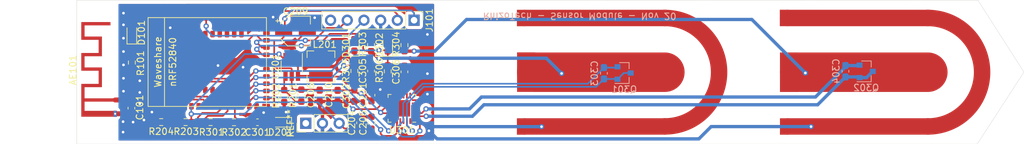
<source format=kicad_pcb>
(kicad_pcb (version 20171130) (host pcbnew "(5.1.10-1-10_14)")
  (layers (0 F.Cu signal) (31 B.Cu signal) (34 B.Paste user) (35 F.Paste user) (36 B.SilkS user) (37 F.SilkS user) (38 B.Mask user) (39 F.Mask user) (44 Edge.Cuts user))
  (net 0 "")
  (net 1 GND)
  (net 2 +3V0)
  (net 3 +3V3)
  (net 4 "Net-(C303-Pad2)")
  (net 5 "Net-(C303-Pad1)")
  (net 6 "Net-(C304-Pad2)")
  (net 7 "Net-(C304-Pad1)")
  (net 8 AIN0.1)
  (net 9 AIN0.2)
  (net 10 PWR_LED)
  (net 11 "Net-(D101-Pad1)")
  (net 12 Polygon_1)
  (net 13 Polygon_2)
  (net 14 VBUS)
  (net 15 SWDIO)
  (net 16 SWDCLK)
  (net 17 "Net-(L201-Pad2)")
  (net 18 "Net-(R201-Pad2)")
  (net 19 AIN_U_BAT)
  (net 20 SMDATA)
  (net 21 SMCLK)
  (net 22 GPIO_PWM)
  (net 23 "Net-(U301-Pad25)")
  (net 24 "Net-(U301-Pad22)")
  (net 25 "Net-(U301-Pad18)")
  (net 26 "Net-(U301-Pad16)")
  (net 27 STBY)
  (net 28 "Net-(U301-Pad13)")
  (net 29 "Net-(U301-Pad12)")
  (net 30 "Net-(U301-Pad11)")
  (net 31 "Net-(U301-Pad10)")
  (net 32 "Net-(U301-Pad9)")
  (net 33 "Net-(U301-Pad8)")
  (net 34 "Net-(U301-Pad7)")
  (net 35 "Net-(U301-Pad6)")
  (net 36 "Net-(U301-Pad5)")
  (net 37 "Net-(U301-Pad4)")
  (net 38 "Net-(U301-Pad3)")
  (net 39 "Net-(U101-PadAC11)")
  (net 40 "Net-(U101-PadAC9)")
  (net 41 "Net-(U101-PadAD8)")
  (net 42 "Net-(U101-PadAD10)")
  (net 43 "Net-(U101-PadAD16)")
  (net 44 "Net-(U101-PadAD12)")
  (net 45 "Net-(U101-PadAD20)")
  (net 46 "Net-(U101-PadT23)")
  (net 47 "Net-(U101-PadP23)")
  (net 48 "Net-(U101-PadB17)")
  (net 49 "Net-(U101-PadB15)")
  (net 50 "Net-(U101-PadH2)")
  (net 51 "Net-(U101-PadP2)")
  (net 52 "Net-(U101-PadG1)")
  (net 53 "Net-(U101-PadT2)")
  (net 54 "Net-(U101-PadL1)")
  (net 55 "Net-(U101-PadAC21)")
  (net 56 "Net-(U101-PadN1)")
  (net 57 "Net-(U101-PadJ24)")
  (net 58 "Net-(U101-PadU24)")
  (net 59 "Net-(U101-PadW24)")
  (net 60 "Net-(U101-PadL24)")
  (net 61 "Net-(U101-PadV23)")
  (net 62 "Net-(U101-PadAD18)")
  (net 63 "Net-(U101-PadY23)")
  (net 64 "Net-(U101-PadAD22)")
  (net 65 "Net-(U101-PadB19)")
  (net 66 "Net-(U101-PadA16)")
  (net 67 "Net-(U101-PadA14)")
  (net 68 "Net-(U101-PadK2)")
  (net 69 "Net-(U101-PadA20)")
  (net 70 "Net-(U101-PadA8)")
  (net 71 "Net-(U101-PadAC17)")
  (net 72 "Net-(U101-PadAD6)")
  (net 73 "Net-(U101-PadAD4)")
  (net 74 "Net-(U101-PadAC19)")
  (net 75 "Net-(U101-PadU1)")
  (net 76 Reset)
  (net 77 "Net-(U101-PadR1)")
  (net 78 "Net-(U101-PadM2)")
  (net 79 "Net-(AE101-Pad2)")
  (module Connector_PinHeader_2.54mm:PinHeader_1x03_P2.54mm_Vertical (layer F.Cu) (at 62.88 95.4 90)
    (fp_text reference REF** (at 0 -2.33 90) (layer F.SilkS))
    (fp_text value PinHeader_1x03_P2.54mm_Vertical)
    (pad 3 thru_hole oval (at 0 5.08 90) (size 1.7 1.7) (drill 1) (layers *.Cu *.Mask) (net 2 +3V0))
    (pad 2 thru_hole oval (at 0 2.54 90) (size 1.7 1.7) (drill 1) (layers *.Cu *.Mask) (net 1 GND))
    (pad 1 thru_hole rect (at 0 0 90) (size 1.7 1.7) (drill 1) (layers *.Cu *.Mask))
  )
  (module Resistor_SMD:R_0603_1608Metric_Pad0.98x0.95mm_HandSolder (layer F.Cu) (at 44.6005 95.21698 180)
    (fp_text reference R203 (at -0.1035 -1.43) (layer F.SilkS))
    (fp_text value 1M)
    (pad 2 smd roundrect (at 0.9125 0 180) (size 0.975 0.95) (layers F.Cu F.Paste F.Mask) (net 19 AIN_U_BAT))
    (pad 1 smd roundrect (at -0.9125 0 180) (size 0.975 0.95) (layers F.Cu F.Paste F.Mask) (net 2 +3V0))
  )
  (module Diode_SMD:D_0603_1608Metric_Pad1.05x0.95mm_HandSolder (layer F.Cu) (at 59.06 95.24 180)
    (fp_text reference D201 (at 0 -1.524) (layer F.SilkS))
    (fp_text value DESD5V0U1BA-7)
    (pad 2 smd roundrect (at 0.875 0 180) (size 1.05 0.95) (layers F.Cu F.Paste F.Mask) (net 3 +3V3))
    (pad 1 smd roundrect (at -0.875 0 180) (size 1.05 0.95) (layers F.Cu F.Paste F.Mask) (net 1 GND))
  )
  (module "Waveshare Module Small V1:Waveshare_nRF528840" (layer F.Cu) (at 38.6461 86.32698 90)
    (fp_text reference U101 hide)
    (fp_text value nRF52840)
    (fp_text user nRF52840 (at 0.25 4 90 unlocked) (layer F.SilkS))
    (fp_text user Waveshare (at 0.25 1.75 90 unlocked) (layer F.SilkS))
    (pad M2 smd roundrect (at -4.15 18.25) (size 1 0.7) (layers F.Cu F.Paste F.Mask) (net 78 "Net-(U101-PadM2)"))
    (pad R1 smd roundrect (at -3.05 18.25) (size 1 0.7) (layers F.Cu F.Paste F.Mask) (net 77 "Net-(U101-PadR1)"))
    (pad B1 smd roundrect (at -5.25 18.25) (size 1 0.7) (layers F.Cu F.Paste F.Mask) (net 3 +3V3))
    (pad AC13 smd roundrect (at 2.45 18.25) (size 1 0.7) (layers F.Cu F.Paste F.Mask) (net 76 Reset))
    (pad U1 smd roundrect (at -1.95 18.25) (size 1 0.7) (layers F.Cu F.Paste F.Mask) (net 75 "Net-(U101-PadU1)"))
    (pad AD2 smd roundrect (at 3.55 18.25) (size 1 0.7) (layers F.Cu F.Paste F.Mask) (net 3 +3V3))
    (pad AC19 smd roundrect (at -0.85 18.25) (size 1 0.7) (layers F.Cu F.Paste F.Mask) (net 74 "Net-(U101-PadAC19)"))
    (pad AD4 smd roundrect (at 4.65 18.25) (size 1 0.7) (layers F.Cu F.Paste F.Mask) (net 73 "Net-(U101-PadAD4)"))
    (pad AD6 smd roundrect (at 5.75 18.25) (size 1 0.7) (layers F.Cu F.Paste F.Mask) (net 72 "Net-(U101-PadAD6)"))
    (pad AC17 smd roundrect (at 0.25 18.25) (size 1 0.7) (layers F.Cu F.Paste F.Mask) (net 71 "Net-(U101-PadAC17)"))
    (pad AC15 smd roundrect (at 1.35 18.25) (size 1 0.7) (layers F.Cu F.Paste F.Mask) (net 22 GPIO_PWM))
    (pad A10 smd roundrect (at -6.48 12.35 90) (size 1 0.7) (layers F.Cu F.Paste F.Mask) (net 20 SMDATA))
    (pad A8 smd roundrect (at -6.48 14.55 90) (size 1 0.7) (layers F.Cu F.Paste F.Mask) (net 70 "Net-(U101-PadA8)"))
    (pad A20 smd roundrect (at -6.48 5.75 90) (size 1 0.7) (layers F.Cu F.Paste F.Mask) (net 69 "Net-(U101-PadA20)"))
    (pad A12 smd roundrect (at -6.48 10.15 90) (size 1 0.7) (layers F.Cu F.Paste F.Mask) (net 8 AIN0.1))
    (pad B13 smd roundrect (at -6.48 9.05 90) (size 1 0.7) (layers F.Cu F.Paste F.Mask) (net 9 AIN0.2))
    (pad K2 smd roundrect (at -6.5 16.75 90) (size 1 0.7) (layers F.Cu F.Paste F.Mask) (net 68 "Net-(U101-PadK2)"))
    (pad A14 smd roundrect (at -6.48 7.95 90) (size 1 0.7) (layers F.Cu F.Paste F.Mask) (net 67 "Net-(U101-PadA14)"))
    (pad B9 smd roundrect (at -6.48 13.45 90) (size 1 0.7) (layers F.Cu F.Paste F.Mask) (net 21 SMCLK))
    (pad J1 smd roundrect (at -6.48 15.65 90) (size 1 0.7) (layers F.Cu F.Paste F.Mask) (net 27 STBY))
    (pad A16 smd roundrect (at -6.48 6.85 90) (size 1 0.7) (layers F.Cu F.Paste F.Mask) (net 66 "Net-(U101-PadA16)"))
    (pad B11 smd roundrect (at -6.48 11.25 90) (size 1 0.7) (layers F.Cu F.Paste F.Mask) (net 19 AIN_U_BAT))
    (pad B19 smd roundrect (at -6.48 4.65 90) (size 1 0.7) (layers F.Cu F.Paste F.Mask) (net 65 "Net-(U101-PadB19)"))
    (pad B7 smd roundrect (at -6.48 3.55 90) (size 1 0.7) (layers F.Cu F.Paste F.Mask) (net 1 GND))
    (pad B7 smd roundrect (at 7 16.75 90) (size 1 0.7) (layers F.Cu F.Paste F.Mask) (net 1 GND))
    (pad AD22 smd roundrect (at 7.02 14.55 90) (size 1 0.7) (layers F.Cu F.Paste F.Mask) (net 64 "Net-(U101-PadAD22)"))
    (pad Y23 smd roundrect (at 7.02 12.35 90) (size 1 0.7) (layers F.Cu F.Paste F.Mask) (net 63 "Net-(U101-PadY23)"))
    (pad AD18 smd roundrect (at 7.02 15.65 90) (size 1 0.7) (layers F.Cu F.Paste F.Mask) (net 62 "Net-(U101-PadAD18)"))
    (pad V23 smd roundrect (at 7.02 13.45 90) (size 1 0.7) (layers F.Cu F.Paste F.Mask) (net 61 "Net-(U101-PadV23)"))
    (pad AA24 smd roundrect (at 7.02 10.15 90) (size 1 0.7) (layers F.Cu F.Paste F.Mask) (net 16 SWDCLK))
    (pad L24 smd roundrect (at 7.02 5.75 90) (size 1 0.7) (layers F.Cu F.Paste F.Mask) (net 60 "Net-(U101-PadL24)"))
    (pad W24 smd roundrect (at 7.02 11.25 90) (size 1 0.7) (layers F.Cu F.Paste F.Mask) (net 59 "Net-(U101-PadW24)"))
    (pad R24 smd roundrect (at 7.02 6.85 90) (size 1 0.7) (layers F.Cu F.Paste F.Mask) (net 10 PWR_LED))
    (pad U24 smd roundrect (at 7.02 7.95 90) (size 1 0.7) (layers F.Cu F.Paste F.Mask) (net 58 "Net-(U101-PadU24)"))
    (pad AC24 smd roundrect (at 7.02 9.05 90) (size 1 0.7) (layers F.Cu F.Paste F.Mask) (net 15 SWDIO))
    (pad B7 smd roundrect (at 7.02 3.55 90) (size 1 0.7) (layers F.Cu F.Paste F.Mask) (net 1 GND))
    (pad J24 smd roundrect (at 7.02 4.65 90) (size 1 0.7) (layers F.Cu F.Paste F.Mask) (net 57 "Net-(U101-PadJ24)"))
    (pad N1 smd roundrect (at -4 12.25 90) (size 1 0.7) (layers F.Cu F.Paste F.Mask) (net 56 "Net-(U101-PadN1)"))
    (pad AC21 smd roundrect (at -4 7.85 90) (size 1 0.7) (layers F.Cu F.Paste F.Mask) (net 55 "Net-(U101-PadAC21)"))
    (pad L1 smd roundrect (at -4 13.35 90) (size 1 0.7) (layers F.Cu F.Paste F.Mask) (net 54 "Net-(U101-PadL1)"))
    (pad T2 smd roundrect (at -4 8.95 90) (size 1 0.7) (layers F.Cu F.Paste F.Mask) (net 53 "Net-(U101-PadT2)"))
    (pad G1 smd roundrect (at -4 14.45 90) (size 1 0.7) (layers F.Cu F.Paste F.Mask) (net 52 "Net-(U101-PadG1)"))
    (pad P2 smd roundrect (at -4 10.05 90) (size 1 0.7) (layers F.Cu F.Paste F.Mask) (net 51 "Net-(U101-PadP2)"))
    (pad H2 smd roundrect (at -4 11.15 90) (size 1 0.7) (layers F.Cu F.Paste F.Mask) (net 50 "Net-(U101-PadH2)"))
    (pad B15 smd roundrect (at -4.01 5.65 90) (size 1 0.7) (layers F.Cu F.Paste F.Mask) (net 49 "Net-(U101-PadB15)"))
    (pad B17 smd roundrect (at -4 6.75 90) (size 1 0.7) (layers F.Cu F.Paste F.Mask) (net 48 "Net-(U101-PadB17)"))
    (pad P23 smd roundrect (at 4.5 5.65 90) (size 1 0.7) (layers F.Cu F.Paste F.Mask) (net 47 "Net-(U101-PadP23)"))
    (pad T23 smd roundrect (at 4.5 6.75 90) (size 1 0.7) (layers F.Cu F.Paste F.Mask) (net 46 "Net-(U101-PadT23)"))
    (pad AD20 smd roundrect (at 4.5 7.85 90) (size 1 0.7) (layers F.Cu F.Paste F.Mask) (net 45 "Net-(U101-PadAD20)"))
    (pad AD12 smd roundrect (at 4.5 10.05 90) (size 1 0.7) (layers F.Cu F.Paste F.Mask) (net 44 "Net-(U101-PadAD12)"))
    (pad AD16 smd roundrect (at 4.5 8.95 90) (size 1 0.7) (layers F.Cu F.Paste F.Mask) (net 43 "Net-(U101-PadAD16)"))
    (pad AD10 smd roundrect (at 4.5 11.15 90) (size 1 0.7) (layers F.Cu F.Paste F.Mask) (net 42 "Net-(U101-PadAD10)"))
    (pad AD8 smd roundrect (at 4.5 13.35 90) (size 1 0.7) (layers F.Cu F.Paste F.Mask) (net 41 "Net-(U101-PadAD8)"))
    (pad AC9 smd roundrect (at 4.5 12.25 90) (size 1 0.7) (layers F.Cu F.Paste F.Mask) (net 40 "Net-(U101-PadAC9)"))
    (pad AC11 smd roundrect (at 4.5 14.45 90) (size 1 0.7) (layers F.Cu F.Paste F.Mask) (net 39 "Net-(U101-PadAC11)"))
  )
  (module Package_DFN_QFN:HVQFN-24-1EP_4x4mm_P0.5mm_EP2.5x2.5mm (layer F.Cu) (at 77.5081 93.12148 180)
    (fp_text reference U301 (at 0 -3.32) (layer F.SilkS))
    (fp_text value MAX6581TG9A+)
    (pad 25 smd rect (at 0 0 180) (size 2.5 2.5) (layers F.Cu F.Mask) (net 23 "Net-(U301-Pad25)"))
    (pad 24 smd roundrect (at -1.25 -1.9375 180) (size 0.25 0.875) (layers F.Cu F.Paste F.Mask) (net 5 "Net-(C303-Pad1)"))
    (pad 23 smd roundrect (at -0.75 -1.9375 180) (size 0.25 0.875) (layers F.Cu F.Paste F.Mask) (net 4 "Net-(C303-Pad2)"))
    (pad 22 smd roundrect (at -0.25 -1.9375 180) (size 0.25 0.875) (layers F.Cu F.Paste F.Mask) (net 24 "Net-(U301-Pad22)"))
    (pad 21 smd roundrect (at 0.25 -1.9375 180) (size 0.25 0.875) (layers F.Cu F.Paste F.Mask) (net 1 GND))
    (pad 20 smd roundrect (at 0.75 -1.9375 180) (size 0.25 0.875) (layers F.Cu F.Paste F.Mask) (net 21 SMCLK))
    (pad 19 smd roundrect (at 1.25 -1.9375 180) (size 0.25 0.875) (layers F.Cu F.Paste F.Mask) (net 20 SMDATA))
    (pad 18 smd roundrect (at 1.9375 -1.25 180) (size 0.875 0.25) (layers F.Cu F.Paste F.Mask) (net 25 "Net-(U301-Pad18)"))
    (pad 17 smd roundrect (at 1.9375 -0.75 180) (size 0.875 0.25) (layers F.Cu F.Paste F.Mask) (net 3 +3V3))
    (pad 16 smd roundrect (at 1.9375 -0.25 180) (size 0.875 0.25) (layers F.Cu F.Paste F.Mask) (net 26 "Net-(U301-Pad16)"))
    (pad 15 smd roundrect (at 1.9375 0.25 180) (size 0.875 0.25) (layers F.Cu F.Paste F.Mask) (net 3 +3V3))
    (pad 14 smd roundrect (at 1.9375 0.75 180) (size 0.875 0.25) (layers F.Cu F.Paste F.Mask) (net 27 STBY))
    (pad 13 smd roundrect (at 1.9375 1.25 180) (size 0.875 0.25) (layers F.Cu F.Paste F.Mask) (net 28 "Net-(U301-Pad13)"))
    (pad 12 smd roundrect (at 1.25 1.9375 180) (size 0.25 0.875) (layers F.Cu F.Paste F.Mask) (net 29 "Net-(U301-Pad12)"))
    (pad 11 smd roundrect (at 0.75 1.9375 180) (size 0.25 0.875) (layers F.Cu F.Paste F.Mask) (net 30 "Net-(U301-Pad11)"))
    (pad 10 smd roundrect (at 0.25 1.9375 180) (size 0.25 0.875) (layers F.Cu F.Paste F.Mask) (net 31 "Net-(U301-Pad10)"))
    (pad 9 smd roundrect (at -0.25 1.9375 180) (size 0.25 0.875) (layers F.Cu F.Paste F.Mask) (net 32 "Net-(U301-Pad9)"))
    (pad 8 smd roundrect (at -0.75 1.9375 180) (size 0.25 0.875) (layers F.Cu F.Paste F.Mask) (net 33 "Net-(U301-Pad8)"))
    (pad 7 smd roundrect (at -1.25 1.9375 180) (size 0.25 0.875) (layers F.Cu F.Paste F.Mask) (net 34 "Net-(U301-Pad7)"))
    (pad 6 smd roundrect (at -1.9375 1.25 180) (size 0.875 0.25) (layers F.Cu F.Paste F.Mask) (net 35 "Net-(U301-Pad6)"))
    (pad 5 smd roundrect (at -1.9375 0.75 180) (size 0.875 0.25) (layers F.Cu F.Paste F.Mask) (net 36 "Net-(U301-Pad5)"))
    (pad 4 smd roundrect (at -1.9375 0.25 180) (size 0.875 0.25) (layers F.Cu F.Paste F.Mask) (net 37 "Net-(U301-Pad4)"))
    (pad 3 smd roundrect (at -1.9375 -0.25 180) (size 0.875 0.25) (layers F.Cu F.Paste F.Mask) (net 38 "Net-(U301-Pad3)"))
    (pad 2 smd roundrect (at -1.9375 -0.75 180) (size 0.875 0.25) (layers F.Cu F.Paste F.Mask) (net 7 "Net-(C304-Pad1)"))
    (pad 1 smd roundrect (at -1.9375 -1.25 180) (size 0.875 0.25) (layers F.Cu F.Paste F.Mask) (net 6 "Net-(C304-Pad2)"))
  )
  (module Capacitor_SMD:C_0603_1608Metric_Pad1.08x0.95mm_HandSolder (layer F.Cu) (at 36.3601 93.09498 90)
    (fp_text reference C101 (at 0.1005 1.27 90) (layer F.SilkS))
    (fp_text value 1,5pF)
    (pad 2 smd roundrect (at 0.8625 0 90) (size 1.075 0.95) (layers F.Cu F.Paste F.Mask) (net 1 GND))
    (pad 1 smd roundrect (at -0.8625 0 90) (size 1.075 0.95) (layers F.Cu F.Paste F.Mask) (net 79 "Net-(AE101-Pad2)"))
  )
  (module RF_Antenna:Texas_SWRA117D_2.4GHz_Right (layer F.Cu) (at 33.8836 91.85148 90)
    (fp_text reference AE101 (at 4.55 -6.41 90) (layer F.SilkS))
    (fp_text value Antenna_Shield)
    (fp_poly (pts (xy 2.45 -2.51) (xy 4.45 -2.51) (xy 4.45 -5.15) (xy 7.15 -5.15) (xy 7.15 -2.51) (xy 9.15 -2.51) (xy 9.15 -5.15) (xy 11.85 -5.15) (xy 11.85 -0.71) (xy 11.35 -0.71) (xy 11.35 -4.65) (xy 9.65 -4.65) (xy 9.65 -2.01) (xy 6.65 -2.01) (xy 6.65 -4.65) (xy 4.95 -4.65) (xy 4.95 -2.01) (xy 1.95 -2.01) (xy 1.95 -4.65) (xy 0.25 -4.65) (xy 0.25 0.25) (xy -0.25 0.25) (xy -0.25 -4.65) (xy -1.65 -4.65) (xy -1.65 0.25) (xy -2.55 0.25) (xy -2.55 0.006785) (xy -2.247583 0.006785) (xy -2.237742 0.054395) (xy -2.213674 0.096797) (xy -2.175731 0.129581) (xy -2.167819 0.133935) (xy -2.125156 0.146043) (xy -2.076637 0.1453) (xy -2.031122 0.1324) (xy -2.012511 0.121787) (xy -1.978868 0.086553) (xy -1.958309 0.041368) (xy -1.951778 -0.008158) (xy -1.960218 -0.056417) (xy -1.977112 -0.088643) (xy -2.012372 -0.121313) (xy -2.057682 -0.141408) (xy -2.107267 -0.147982) (xy -2.155353 -0.140092) (xy -2.188245 -0.123186) (xy -2.223185 -0.086416) (xy -2.242847 -0.041622) (xy -2.247583 0.006785) (xy -2.55 0.006785) (xy -2.55 -5.15) (xy 2.45 -5.15) (xy 2.45 -2.51)) (layer F.Cu) (width 0))
    (pad 1 connect rect (at 0 0 90) (size 0.5 0.5) (layers F.Cu) (net 1 GND))
    (pad 2 thru_hole rect (at -2.1 0 90) (size 0.9 0.5) (drill 0.3) (layers *.Cu) (net 79 "Net-(AE101-Pad2)"))
  )
  (module Package_TO_SOT_SMD:SOT-23-6_Handsoldering (layer F.Cu) (at 60.7441 86.81848 270)
    (fp_text reference U201 (at -0.047 2.4765 90) (layer F.SilkS))
    (fp_text value MCP16251)
    (pad 5 smd rect (at 1.35 0 270) (size 1.56 0.65) (layers F.Cu F.Paste F.Mask) (net 3 +3V3))
    (pad 6 smd rect (at 1.35 -0.95 270) (size 1.56 0.65) (layers F.Cu F.Paste F.Mask) (net 2 +3V0))
    (pad 4 smd rect (at 1.35 0.95 270) (size 1.56 0.65) (layers F.Cu F.Paste F.Mask) (net 18 "Net-(R201-Pad2)"))
    (pad 3 smd rect (at -1.35 0.95 270) (size 1.56 0.65) (layers F.Cu F.Paste F.Mask) (net 2 +3V0))
    (pad 2 smd rect (at -1.35 0 270) (size 1.56 0.65) (layers F.Cu F.Paste F.Mask) (net 1 GND))
    (pad 1 smd rect (at -1.35 -0.95 270) (size 1.56 0.65) (layers F.Cu F.Paste F.Mask) (net 17 "Net-(L201-Pad2)"))
  )
  (module Resistor_SMD:R_0603_1608Metric_Pad0.98x0.95mm_HandSolder (layer F.Cu) (at 75.3491 87.49348 90)
    (fp_text reference R306 (at 0.1505 -1.27 90) (layer F.SilkS))
    (fp_text value 1M)
    (pad 2 smd roundrect (at 0.9125 0 90) (size 0.975 0.95) (layers F.Cu F.Paste F.Mask) (net 9 AIN0.2))
    (pad 1 smd roundrect (at -0.9125 0 90) (size 0.975 0.95) (layers F.Cu F.Paste F.Mask) (net 1 GND))
  )
  (module Resistor_SMD:R_0603_1608Metric_Pad0.98x0.95mm_HandSolder (layer F.Cu) (at 70.2691 87.44648 90)
    (fp_text reference R305 (at 0.1035 -1.27 90) (layer F.SilkS))
    (fp_text value 1M)
    (pad 2 smd roundrect (at 0.9125 0 90) (size 0.975 0.95) (layers F.Cu F.Paste F.Mask) (net 8 AIN0.1))
    (pad 1 smd roundrect (at -0.9125 0 90) (size 0.975 0.95) (layers F.Cu F.Paste F.Mask) (net 1 GND))
  )
  (module Resistor_SMD:R_0603_1608Metric_Pad0.98x0.95mm_HandSolder (layer F.Cu) (at 77.8891 83.50948 270)
    (fp_text reference R304 (at -0.1505 1.27 90) (layer F.SilkS))
    (fp_text value 10k)
    (pad 2 smd roundrect (at 0.9125 0 270) (size 0.975 0.95) (layers F.Cu F.Paste F.Mask) (net 13 Polygon_2))
    (pad 1 smd roundrect (at -0.9125 0 270) (size 0.975 0.95) (layers F.Cu F.Paste F.Mask) (net 22 GPIO_PWM))
  )
  (module Resistor_SMD:R_0603_1608Metric_Pad0.98x0.95mm_HandSolder (layer F.Cu) (at 72.8091 83.50948 270)
    (fp_text reference R303 (at -0.1035 1.27 90) (layer F.SilkS))
    (fp_text value 10k)
    (pad 2 smd roundrect (at 0.9125 0 270) (size 0.975 0.95) (layers F.Cu F.Paste F.Mask) (net 12 Polygon_1))
    (pad 1 smd roundrect (at -0.9125 0 270) (size 0.975 0.95) (layers F.Cu F.Paste F.Mask) (net 22 GPIO_PWM))
  )
  (module Resistor_SMD:R_0603_1608Metric_Pad0.98x0.95mm_HandSolder (layer F.Cu) (at 51.97 95.24)
    (fp_text reference R302 (at 0 1.524) (layer F.SilkS))
    (fp_text value 4k7)
    (pad 2 smd roundrect (at 0.9125 0) (size 0.975 0.95) (layers F.Cu F.Paste F.Mask) (net 21 SMCLK))
    (pad 1 smd roundrect (at -0.9125 0) (size 0.975 0.95) (layers F.Cu F.Paste F.Mask) (net 3 +3V3))
  )
  (module Resistor_SMD:R_0603_1608Metric_Pad0.98x0.95mm_HandSolder (layer F.Cu) (at 48.4105 95.21698 180)
    (fp_text reference R301 (at -0.1505 -1.524) (layer F.SilkS))
    (fp_text value 4k7)
    (pad 2 smd roundrect (at 0.9125 0 180) (size 0.975 0.95) (layers F.Cu F.Paste F.Mask) (net 20 SMDATA))
    (pad 1 smd roundrect (at -0.9125 0 180) (size 0.975 0.95) (layers F.Cu F.Paste F.Mask) (net 3 +3V3))
  )
  (module Resistor_SMD:R_0603_1608Metric_Pad0.98x0.95mm_HandSolder (layer F.Cu) (at 40.8921 95.21698 180)
    (fp_text reference R204 (at -0.0019 -1.43) (layer F.SilkS))
    (fp_text value 1M)
    (pad 2 smd roundrect (at 0.9125 0 180) (size 0.975 0.95) (layers F.Cu F.Paste F.Mask) (net 1 GND))
    (pad 1 smd roundrect (at -0.9125 0 180) (size 0.975 0.95) (layers F.Cu F.Paste F.Mask) (net 19 AIN_U_BAT))
  )
  (module Resistor_SMD:R_0603_1608Metric_Pad0.98x0.95mm_HandSolder (layer F.Cu) (at 59.6011 91.25648 270)
    (fp_text reference R202 (at -0.04 1.27 90) (layer F.SilkS))
    (fp_text value 1M)
    (pad 2 smd roundrect (at 0.9125 0 270) (size 0.975 0.95) (layers F.Cu F.Paste F.Mask) (net 1 GND))
    (pad 1 smd roundrect (at -0.9125 0 270) (size 0.975 0.95) (layers F.Cu F.Paste F.Mask) (net 18 "Net-(R201-Pad2)"))
  )
  (module Resistor_SMD:R_0603_1608Metric_Pad0.98x0.95mm_HandSolder (layer F.Cu) (at 62.2046 91.19298 270)
    (fp_text reference R201 (at -0.04 1.27 90) (layer F.SilkS))
    (fp_text value 1M69)
    (pad 2 smd roundrect (at 0.9125 0 270) (size 0.975 0.95) (layers F.Cu F.Paste F.Mask) (net 18 "Net-(R201-Pad2)"))
    (pad 1 smd roundrect (at -0.9125 0 270) (size 0.975 0.95) (layers F.Cu F.Paste F.Mask) (net 3 +3V3))
  )
  (module Resistor_SMD:R_0603_1608Metric_Pad0.98x0.95mm_HandSolder (layer F.Cu) (at 36.4236 86.15998 90)
    (fp_text reference R101 (at -0.1035 1.3335 90) (layer F.SilkS))
    (fp_text value 1k)
    (pad 2 smd roundrect (at 0.9125 0 90) (size 0.975 0.95) (layers F.Cu F.Paste F.Mask) (net 11 "Net-(D101-Pad1)"))
    (pad 1 smd roundrect (at -0.9125 0 90) (size 0.975 0.95) (layers F.Cu F.Paste F.Mask) (net 3 +3V3))
  )
  (module Package_TO_SOT_SMD:SOT-23 (layer B.Cu) (at 148.12 87.5)
    (fp_text reference Q302 (at 0 2.5) (layer B.SilkS) (effects (justify mirror)))
    (fp_text value MMBT3904)
    (pad 3 smd rect (at 1 0) (size 0.9 0.8) (layers B.Cu B.Paste B.Mask) (net 6 "Net-(C304-Pad2)"))
    (pad 2 smd rect (at -1 -0.95) (size 0.9 0.8) (layers B.Cu B.Paste B.Mask) (net 7 "Net-(C304-Pad1)"))
    (pad 1 smd rect (at -1 0.95) (size 0.9 0.8) (layers B.Cu B.Paste B.Mask) (net 6 "Net-(C304-Pad2)"))
  )
  (module Package_TO_SOT_SMD:SOT-23 (layer B.Cu) (at 111.3 87.75)
    (fp_text reference Q301 (at 0 2.5) (layer B.SilkS) (effects (justify mirror)))
    (fp_text value MMBT3904)
    (pad 3 smd rect (at 1 0) (size 0.9 0.8) (layers B.Cu B.Paste B.Mask) (net 4 "Net-(C303-Pad2)"))
    (pad 2 smd rect (at -1 -0.95) (size 0.9 0.8) (layers B.Cu B.Paste B.Mask) (net 5 "Net-(C303-Pad1)"))
    (pad 1 smd rect (at -1 0.95) (size 0.9 0.8) (layers B.Cu B.Paste B.Mask) (net 4 "Net-(C303-Pad2)"))
  )
  (module Inductor_SMD:L_Bourns-SRN4018 (layer F.Cu) (at 65.1891 86.77048 90)
    (fp_text reference L201 (at 3.3645 0.5715 180) (layer F.SilkS))
    (fp_text value 4,7µH)
    (pad 2 smd rect (at 1.525 0 90) (size 1.5 3.6) (layers F.Cu F.Paste F.Mask) (net 17 "Net-(L201-Pad2)"))
    (pad 1 smd rect (at -1.525 0 90) (size 1.5 3.6) (layers F.Cu F.Paste F.Mask) (net 2 +3V0))
  )
  (module Connector_PinHeader_2.54mm:PinHeader_1x06_P2.54mm_Vertical (layer F.Cu) (at 79.3496 79.72298 270)
    (fp_text reference J101 (at 0 -2.33 90) (layer F.SilkS))
    (fp_text value Conn_01x06)
    (pad 6 thru_hole oval (at 0 12.7 270) (size 1.7 1.7) (drill 1) (layers *.Cu *.Mask) (net 14 VBUS))
    (pad 5 thru_hole oval (at 0 10.16 270) (size 1.7 1.7) (drill 1) (layers *.Cu *.Mask) (net 76 Reset))
    (pad 4 thru_hole oval (at 0 7.62 270) (size 1.7 1.7) (drill 1) (layers *.Cu *.Mask) (net 15 SWDIO))
    (pad 3 thru_hole oval (at 0 5.08 270) (size 1.7 1.7) (drill 1) (layers *.Cu *.Mask) (net 1 GND))
    (pad 2 thru_hole oval (at 0 2.54 270) (size 1.7 1.7) (drill 1) (layers *.Cu *.Mask) (net 16 SWDCLK))
    (pad 1 thru_hole rect (at 0 0 270) (size 1.7 1.7) (drill 1) (layers *.Cu *.Mask) (net 3 +3V3))
  )
  (module Diode_SMD:D_0603_1608Metric_Pad1.05x0.95mm_HandSolder (layer F.Cu) (at 75.3491 83.54698 90)
    (fp_text reference D302 (at 0 -1.27 90) (layer F.SilkS))
    (fp_text value D)
    (pad 2 smd roundrect (at 0.875 0 90) (size 1.05 0.95) (layers F.Cu F.Paste F.Mask) (net 13 Polygon_2))
    (pad 1 smd roundrect (at -0.875 0 90) (size 1.05 0.95) (layers F.Cu F.Paste F.Mask) (net 9 AIN0.2))
  )
  (module Diode_SMD:D_0603_1608Metric_Pad1.05x0.95mm_HandSolder (layer F.Cu) (at 70.2691 83.51898 90)
    (fp_text reference D301 (at 0 -1.27 90) (layer F.SilkS))
    (fp_text value D)
    (pad 2 smd roundrect (at 0.875 0 90) (size 1.05 0.95) (layers F.Cu F.Paste F.Mask) (net 12 Polygon_1))
    (pad 1 smd roundrect (at -0.875 0 90) (size 1.05 0.95) (layers F.Cu F.Paste F.Mask) (net 8 AIN0.1))
  )
  (module LED_SMD:LED_0603_1608Metric_Pad1.05x0.95mm_HandSolder (layer F.Cu) (at 36.4236 81.67748 90)
    (fp_text reference D101 (at 0.0495 1.4605 90) (layer F.SilkS))
    (fp_text value LED)
    (pad 2 smd roundrect (at 0.875 0 90) (size 1.05 0.95) (layers F.Cu F.Paste F.Mask) (net 10 PWR_LED))
    (pad 1 smd roundrect (at -0.875 0 90) (size 1.05 0.95) (layers F.Cu F.Paste F.Mask) (net 11 "Net-(D101-Pad1)"))
  )
  (module Capacitor_SMD:C_0603_1608Metric_Pad1.08x0.95mm_HandSolder (layer F.Cu) (at 77.8891 87.57048 270)
    (fp_text reference C306 (at 0 1.27 90) (layer F.SilkS))
    (fp_text value 1µF)
    (pad 2 smd roundrect (at 0.8625 0 270) (size 1.075 0.95) (layers F.Cu F.Paste F.Mask) (net 1 GND))
    (pad 1 smd roundrect (at -0.8625 0 270) (size 1.075 0.95) (layers F.Cu F.Paste F.Mask) (net 9 AIN0.2))
  )
  (module Capacitor_SMD:C_0603_1608Metric_Pad1.08x0.95mm_HandSolder (layer F.Cu) (at 72.8091 87.44348 270)
    (fp_text reference C305 (at 0 1.27 90) (layer F.SilkS))
    (fp_text value 1µF)
    (pad 2 smd roundrect (at 0.8625 0 270) (size 1.075 0.95) (layers F.Cu F.Paste F.Mask) (net 1 GND))
    (pad 1 smd roundrect (at -0.8625 0 270) (size 1.075 0.95) (layers F.Cu F.Paste F.Mask) (net 8 AIN0.1))
  )
  (module Capacitor_SMD:C_0603_1608Metric_Pad1.08x0.95mm_HandSolder (layer B.Cu) (at 144.97 87.4825 270)
    (fp_text reference C304 (at 0 1.43 270) (layer B.SilkS) (effects (justify mirror)))
    (fp_text value 100pF)
    (pad 2 smd roundrect (at 0.8625 0 270) (size 1.075 0.95) (layers B.Cu B.Paste B.Mask) (net 6 "Net-(C304-Pad2)"))
    (pad 1 smd roundrect (at -0.8625 0 270) (size 1.075 0.95) (layers B.Cu B.Paste B.Mask) (net 7 "Net-(C304-Pad1)"))
  )
  (module Capacitor_SMD:C_0603_1608Metric_Pad1.08x0.95mm_HandSolder (layer B.Cu) (at 108.23 87.79 270)
    (fp_text reference C303 (at 0 1.43 270) (layer B.SilkS) (effects (justify mirror)))
    (fp_text value 100pF)
    (pad 2 smd roundrect (at 0.8625 0 270) (size 1.075 0.95) (layers B.Cu B.Paste B.Mask) (net 4 "Net-(C303-Pad2)"))
    (pad 1 smd roundrect (at -0.8625 0 270) (size 1.075 0.95) (layers B.Cu B.Paste B.Mask) (net 5 "Net-(C303-Pad1)"))
  )
  (module Capacitor_SMD:C_0603_1608Metric_Pad1.08x0.95mm_HandSolder (layer F.Cu) (at 70.2691 91.18998 270)
    (fp_text reference C302 (at 0.09 1.2065 90) (layer F.SilkS))
    (fp_text value 1µF)
    (pad 2 smd roundrect (at 0.8625 0 270) (size 1.075 0.95) (layers F.Cu F.Paste F.Mask) (net 1 GND))
    (pad 1 smd roundrect (at -0.8625 0 270) (size 1.075 0.95) (layers F.Cu F.Paste F.Mask) (net 3 +3V3))
  )
  (module Capacitor_SMD:C_0603_1608Metric_Pad1.08x0.95mm_HandSolder (layer F.Cu) (at 55.5325 95.24)
    (fp_text reference C301 (at 0 1.524) (layer F.SilkS))
    (fp_text value 100nF)
    (pad 2 smd roundrect (at 0.8625 0) (size 1.075 0.95) (layers F.Cu F.Paste F.Mask) (net 1 GND))
    (pad 1 smd roundrect (at -0.8625 0) (size 1.075 0.95) (layers F.Cu F.Paste F.Mask) (net 3 +3V3))
  )
  (module Capacitor_SMD:C_0603_1608Metric_Pad1.08x0.95mm_HandSolder (layer F.Cu) (at 67.7291 91.24298 270)
    (fp_text reference C210 (at -0.1535 1.3335 90) (layer F.SilkS))
    (fp_text value 100nF)
    (pad 2 smd roundrect (at 0.8625 0 270) (size 1.075 0.95) (layers F.Cu F.Paste F.Mask) (net 1 GND))
    (pad 1 smd roundrect (at -0.8625 0 270) (size 1.075 0.95) (layers F.Cu F.Paste F.Mask) (net 3 +3V3))
  )
  (module Capacitor_SMD:CP_Elec_4x5.4 (layer F.Cu) (at 61.3156 81.37398)
    (fp_text reference C209 (at 0 -2.9845) (layer F.SilkS))
    (fp_text value 22µF)
    (pad 2 smd roundrect (at 1.8 0) (size 2.6 1.6) (layers F.Cu F.Paste F.Mask) (roundrect_rratio 0.15625) (net 1 GND))
    (pad 1 smd roundrect (at -1.8 0) (size 2.6 1.6) (layers F.Cu F.Paste F.Mask) (roundrect_rratio 0.15625) (net 3 +3V3))
  )
  (module Capacitor_SMD:C_0603_1608Metric_Pad1.08x0.95mm_HandSolder (layer F.Cu) (at 64.9986 91.21648 270)
    (fp_text reference C206 (at -0.0635 1.3335 90) (layer F.SilkS))
    (fp_text value 100pF)
    (pad 2 smd roundrect (at 0.8625 0 270) (size 1.075 0.95) (layers F.Cu F.Paste F.Mask) (net 1 GND))
    (pad 1 smd roundrect (at -0.8625 0 270) (size 1.075 0.95) (layers F.Cu F.Paste F.Mask) (net 3 +3V3))
  )
  (module Resistor_SMD:R_0603_1608Metric_Pad0.98x0.95mm_HandSolder (layer F.Cu) (at 72.8726 95.32048 90)
    (fp_text reference C205 (at 0 -1.27 90) (layer F.SilkS))
    (fp_text value 10µF)
    (pad 2 smd roundrect (at 0.9125 0 90) (size 0.975 0.95) (layers F.Cu F.Paste F.Mask) (net 1 GND))
    (pad 1 smd roundrect (at -0.9125 0 90) (size 0.975 0.95) (layers F.Cu F.Paste F.Mask) (net 2 +3V0))
  )
  (module Capacitor_SMD:C_0603_1608Metric_Pad1.08x0.95mm_HandSolder (layer F.Cu) (at 71.14 95.33 90)
    (fp_text reference C204 (at 0 -1.27 90) (layer F.SilkS))
    (fp_text value 100nF)
    (pad 2 smd roundrect (at 0.8625 0 90) (size 1.075 0.95) (layers F.Cu F.Paste F.Mask) (net 1 GND))
    (pad 1 smd roundrect (at -0.8625 0 90) (size 1.075 0.95) (layers F.Cu F.Paste F.Mask) (net 2 +3V0))
  )
  (module Capacitor_SMD:C_0603_1608Metric_Pad1.08x0.95mm_HandSolder (layer F.Cu) (at 72.8726 91.12648 90)
    (fp_text reference C201 (at 0 -1.27 90) (layer F.SilkS))
    (fp_text value 100pF)
    (pad 2 smd roundrect (at 0.8625 0 90) (size 1.075 0.95) (layers F.Cu F.Paste F.Mask) (net 1 GND))
    (pad 1 smd roundrect (at -0.8625 0 90) (size 1.075 0.95) (layers F.Cu F.Paste F.Mask) (net 2 +3V0))
  )
  (gr_poly (pts (xy 97.79001 90.62001) (xy 95.02001 90.62001) (xy 95.02001 84.62001) (xy 97.79001 84.62001)) (layer F.Cu) (width 0.01))
  (gr_poly (pts (xy 137.78001 90.63001) (xy 135.01001 90.63001) (xy 135.01001 84.63001) (xy 137.78001 84.63001)) (layer F.Cu) (width 0.01))
  (gr_poly (pts (xy 96.24001 80.63001) (xy 95.00001 80.63001) (xy 95.00001 78.14001) (xy 96.24001 78.14001)) (layer F.Cu) (width 0.01))
  (gr_poly (pts (xy 96.24001 97.13001) (xy 95.00001 97.13001) (xy 95.00001 94.64001) (xy 96.24001 94.64001)) (layer F.Cu) (width 0.01))
  (gr_poly (pts (xy 136.25001 97.13001) (xy 135.01001 97.13001) (xy 135.01001 94.64001) (xy 136.25001 94.64001)) (layer F.Cu) (width 0.01))
  (gr_poly (pts (xy 136.23001 80.62001) (xy 134.99001 80.62001) (xy 134.99001 78.13001) (xy 136.23001 78.13001)) (layer F.Cu) (width 0.01))
  (gr_arc (start 157.5 87.629) (end 157.5 79.379) (angle 180) (layer F.Cu) (width 2.5))
  (gr_arc (start 117.5 87.625) (end 117.5 79.379) (angle 180) (layer F.Cu) (width 2.5))
  (gr_line (start 98 87.629) (end 117.5 87.629) (layer F.Cu) (width 6))
  (gr_text "RhizoTech - Sensor Module - Nov 20" (at 104.5337 79.08798 180) (layer B.SilkS) (effects (font (size 1 1)) (justify mirror)))
  (gr_line (start 138 87.629) (end 157.5 87.629) (layer F.Cu) (width 6))
  (gr_line (start 96.25 95.879) (end 117.5 95.879) (layer F.Cu) (width 2.5))
  (gr_line (start 96.25 79.379) (end 117.5 79.379) (layer F.Cu) (width 2.5))
  (gr_line (start 136.25 95.879) (end 157.5 95.879) (layer F.Cu) (width 2.5))
  (gr_line (start 136.25 79.379) (end 157.5 79.379) (layer F.Cu) (width 2.5))
  (gr_line (start 165.11 76.67) (end 28.0416 76.71308) (layer Edge.Cuts) (width 0.05))
  (gr_line (start 165.11 76.67) (end 172.12 87.61) (layer Edge.Cuts) (width 0.05))
  (gr_line (start 165 98.56) (end 172.12 87.61) (layer Edge.Cuts) (width 0.05))
  (gr_line (start 28.0416 98.552) (end 165 98.56) (layer Edge.Cuts) (width 0.05))
  (gr_line (start 28.0416 76.71308) (end 28.0416 98.552) (layer Edge.Cuts) (width 0.05))
  (via (at 42.2656 80.86598) (size 0.8) (drill 0.4) (layers F.Cu B.Cu) (net 1))
  (via (at 39.4716 93.69298) (size 0.8) (drill 0.4) (layers F.Cu B.Cu) (net 1))
  (via (at 38.2651 94.89948) (size 0.8) (drill 0.4) (layers F.Cu B.Cu) (net 1))
  (via (at 36.6141 95.21698) (size 0.8) (drill 0.4) (layers F.Cu B.Cu) (net 1))
  (via (at 37.6301 92.42298) (size 0.8) (drill 0.4) (layers F.Cu B.Cu) (net 1))
  (via (at 37.6301 90.70848) (size 0.8) (drill 0.4) (layers F.Cu B.Cu) (net 1))
  (via (at 37.6301 88.93048) (size 0.8) (drill 0.4) (layers F.Cu B.Cu) (net 1))
  (via (at 35.0901 95.15348) (size 0.8) (drill 0.4) (layers F.Cu B.Cu) (net 1))
  (via (at 35.1536 90.51798) (size 0.8) (drill 0.4) (layers F.Cu B.Cu) (net 1))
  (via (at 35.0901 96.74098) (size 0.8) (drill 0.4) (layers F.Cu B.Cu) (net 1))
  (via (at 35.1536 86.51748) (size 0.8) (drill 0.4) (layers F.Cu B.Cu) (net 1))
  (via (at 35.1536 88.54948) (size 0.8) (drill 0.4) (layers F.Cu B.Cu) (net 1))
  (via (at 35.1536 84.48548) (size 0.8) (drill 0.4) (layers F.Cu B.Cu) (net 1))
  (via (at 35.1536 82.45348) (size 0.8) (drill 0.4) (layers F.Cu B.Cu) (net 1))
  (via (at 35.1536 80.42148) (size 0.8) (drill 0.4) (layers F.Cu B.Cu) (net 1))
  (via (at 139.73001 95.90001) (size 0.8) (drill 0.4) (layers F.Cu B.Cu) (net 1))
  (via (at 35.1536 78.64348) (size 0.8) (drill 0.4) (layers F.Cu B.Cu) (net 1))
  (segment (start 60.7441 85.46848) (end 60.7441 83.65998) (width 0.25) (layer F.Cu) (net 1))
  (segment (start 63.0301 81.37398) (end 63.1156 81.37398) (width 0.25) (layer F.Cu) (net 1))
  (segment (start 60.7441 83.65998) (end 63.0301 81.37398) (width 0.25) (layer F.Cu) (net 1))
  (via (at 74.2061 90.26398) (size 0.8) (drill 0.4) (layers F.Cu B.Cu) (net 1))
  (segment (start 72.8726 90.26398) (end 74.2061 90.26398) (width 0.25) (layer F.Cu) (net 1))
  (segment (start 67.7821 92.05248) (end 67.7291 92.10548) (width 0.25) (layer F.Cu) (net 1))
  (segment (start 70.2691 92.05248) (end 67.7821 92.05248) (width 0.25) (layer F.Cu) (net 1))
  (via (at 81.3816 90.96248) (size 0.8) (drill 0.4) (layers F.Cu B.Cu) (net 1))
  (via (at 81.3816 87.85098) (size 0.8) (drill 0.4) (layers F.Cu B.Cu) (net 1))
  (via (at 81.3816 81.88198) (size 0.8) (drill 0.4) (layers F.Cu B.Cu) (net 1))
  (segment (start 77.2581 96.189477) (end 77.2581 95.05898) (width 0.25) (layer F.Cu) (net 1))
  (segment (start 77.746103 96.604481) (end 77.2581 96.189477) (width 0.25) (layer F.Cu) (net 1))
  (segment (start 78.018961 96.807341) (end 78.018961 97.124841) (width 0.25) (layer F.Cu) (net 1))
  (segment (start 77.8891 96.67748) (end 78.018961 96.807341) (width 0.25) (layer F.Cu) (net 1))
  (segment (start 77.746103 96.604481) (end 77.8891 96.67748) (width 0.25) (layer F.Cu) (net 1))
  (via (at 77.746103 96.604481) (size 0.8) (drill 0.4) (layers F.Cu B.Cu) (net 1))
  (segment (start 35.9791 91.85148) (end 36.3601 92.23248) (width 0.75) (layer F.Cu) (net 1))
  (segment (start 33.8836 91.85148) (end 35.9791 91.85148) (width 0.75) (layer F.Cu) (net 1))
  (segment (start 63.1156 81.37398) (end 63.1156 80.46298) (width 0.5) (layer F.Cu) (net 1))
  (via (at 64.2366 79.34198) (size 0.8) (drill 0.4) (layers F.Cu B.Cu) (net 1))
  (segment (start 63.1156 80.46298) (end 64.2366 79.34198) (width 0.5) (layer F.Cu) (net 1))
  (segment (start 77.746103 96.851983) (end 77.746103 96.604481) (width 0.25) (layer F.Cu) (net 1))
  (segment (start 78.2066 97.31248) (end 77.746103 96.851983) (width 0.25) (layer F.Cu) (net 1))
  (segment (start 80.8101 97.31248) (end 78.2066 97.31248) (width 0.25) (layer F.Cu) (net 1))
  (segment (start 81.6102 96.53778) (end 80.8101 97.31248) (width 0.25) (layer F.Cu) (net 1))
  (via (at 81.6102 96.53778) (size 0.8) (drill 0.4) (layers F.Cu B.Cu) (net 1))
  (via (at 56.47 93.77) (size 0.8) (drill 0.4) (layers F.Cu B.Cu) (net 1))
  (via (at 59.88 93.69) (size 0.8) (drill 0.4) (layers F.Cu B.Cu) (net 1))
  (via (at 53.34 86.868) (size 0.8) (drill 0.4) (layers F.Cu B.Cu) (net 1))
  (via (at 49.53 86.614) (size 0.8) (drill 0.4) (layers F.Cu B.Cu) (net 1))
  (via (at 57.912 79.248) (size 0.8) (drill 0.4) (layers F.Cu B.Cu) (net 1))
  (via (at 98.74001 95.91001) (size 0.8) (drill 0.4) (layers F.Cu B.Cu) (net 1))
  (segment (start 81.6102 96.53778) (end 82.25 95.89798) (width 0.5) (layer B.Cu) (net 1))
  (segment (start 139.72002 95.91) (end 139.73001 95.90001) (width 0.5) (layer B.Cu) (net 1))
  (segment (start 82.23797 95.91001) (end 81.6102 96.53778) (width 0.5) (layer B.Cu) (net 1))
  (segment (start 98.74001 95.91001) (end 82.23797 95.91001) (width 0.5) (layer B.Cu) (net 1))
  (segment (start 139.72001 95.91001) (end 139.73001 95.90001) (width 0.5) (layer B.Cu) (net 1))
  (segment (start 139.73001 95.90001) (end 124.53999 95.90001) (width 0.5) (layer B.Cu) (net 1))
  (segment (start 124.53999 95.90001) (end 122.67 97.77) (width 0.5) (layer B.Cu) (net 1))
  (segment (start 82.84242 97.77) (end 81.6102 96.53778) (width 0.5) (layer B.Cu) (net 1))
  (segment (start 122.67 97.77) (end 82.84242 97.77) (width 0.5) (layer B.Cu) (net 1))
  (segment (start 56.47 95.165) (end 56.395 95.24) (width 0.25) (layer F.Cu) (net 1))
  (segment (start 56.47 93.77) (end 56.47 95.165) (width 0.25) (layer F.Cu) (net 1))
  (segment (start 59.88 95.185) (end 59.935 95.24) (width 0.25) (layer F.Cu) (net 1))
  (segment (start 59.88 93.69) (end 59.88 95.185) (width 0.25) (layer F.Cu) (net 1))
  (segment (start 65.0621 88.16848) (end 65.1891 88.29548) (width 0.25) (layer F.Cu) (net 2))
  (segment (start 61.6941 88.16848) (end 65.0621 88.16848) (width 0.25) (layer F.Cu) (net 2))
  (segment (start 72.9726 92.08898) (end 72.8726 91.98898) (width 0.25) (layer F.Cu) (net 2))
  (segment (start 59.7941 86.49848) (end 59.7941 85.46848) (width 0.25) (layer F.Cu) (net 2))
  (segment (start 59.8766 86.58098) (end 59.7941 86.49848) (width 0.25) (layer F.Cu) (net 2))
  (segment (start 61.4426 86.58098) (end 59.8766 86.58098) (width 0.25) (layer F.Cu) (net 2))
  (segment (start 61.6941 86.83248) (end 61.4426 86.58098) (width 0.25) (layer F.Cu) (net 2))
  (segment (start 61.6941 88.16848) (end 61.6941 86.83248) (width 0.25) (layer F.Cu) (net 2))
  (segment (start 71.9836 91.09998) (end 72.8726 91.98898) (width 0.25) (layer F.Cu) (net 2))
  (segment (start 71.9836 90.13698) (end 71.9836 91.09998) (width 0.25) (layer F.Cu) (net 2))
  (segment (start 71.2216 89.37498) (end 71.9836 90.13698) (width 0.25) (layer F.Cu) (net 2))
  (segment (start 69.0626 89.37498) (end 71.2216 89.37498) (width 0.25) (layer F.Cu) (net 2))
  (segment (start 67.9831 88.29548) (end 69.0626 89.37498) (width 0.25) (layer F.Cu) (net 2))
  (segment (start 65.1891 88.29548) (end 67.9831 88.29548) (width 0.25) (layer F.Cu) (net 2))
  (via (at 58.8021 84.86648) (size 0.8) (drill 0.4) (layers F.Cu B.Cu) (net 2))
  (segment (start 59.4041 85.46848) (end 58.8021 84.86648) (width 0.25) (layer F.Cu) (net 2))
  (segment (start 59.7941 85.46848) (end 59.4041 85.46848) (width 0.25) (layer F.Cu) (net 2))
  (segment (start 45.8851 95.23348) (end 45.8686 95.21698) (width 0.25) (layer F.Cu) (net 2))
  (via (at 45.466 93.98) (size 0.8) (drill 0.4) (layers F.Cu B.Cu) (net 2))
  (segment (start 45.493136 94.007136) (end 45.466 93.98) (width 0.25) (layer B.Cu) (net 2))
  (segment (start 45.466 95.16998) (end 45.513 95.21698) (width 0.25) (layer F.Cu) (net 2))
  (segment (start 45.466 93.98) (end 45.466 95.16998) (width 0.25) (layer F.Cu) (net 2))
  (segment (start 45.466 92.964) (end 45.466 93.98) (width 0.25) (layer B.Cu) (net 2))
  (segment (start 53.56352 84.86648) (end 45.466 92.964) (width 0.25) (layer B.Cu) (net 2))
  (segment (start 58.8021 84.86648) (end 53.56352 84.86648) (width 0.25) (layer B.Cu) (net 2))
  (segment (start 71.18048 96.23298) (end 71.14 96.1925) (width 0.25) (layer F.Cu) (net 2))
  (segment (start 72.8726 96.23298) (end 71.18048 96.23298) (width 0.25) (layer F.Cu) (net 2))
  (segment (start 68.7525 96.1925) (end 67.96 95.4) (width 0.25) (layer F.Cu) (net 2))
  (segment (start 71.14 96.1925) (end 68.7525 96.1925) (width 0.25) (layer F.Cu) (net 2))
  (segment (start 64.762 92.202) (end 67.96 95.4) (width 0.25) (layer B.Cu) (net 2))
  (segment (start 53.594 93.98) (end 55.372 92.202) (width 0.25) (layer B.Cu) (net 2))
  (segment (start 55.372 92.202) (end 64.762 92.202) (width 0.25) (layer B.Cu) (net 2))
  (segment (start 45.466 93.98) (end 53.594 93.98) (width 0.25) (layer B.Cu) (net 2))
  (segment (start 59.5156 82.28498) (end 59.5156 81.37398) (width 0.25) (layer F.Cu) (net 3))
  (segment (start 59.0236 82.77698) (end 59.5156 82.28498) (width 0.25) (layer F.Cu) (net 3))
  (segment (start 64.9251 90.28048) (end 64.9986 90.35398) (width 0.25) (layer F.Cu) (net 3))
  (segment (start 62.2046 90.28048) (end 64.9251 90.28048) (width 0.25) (layer F.Cu) (net 3))
  (segment (start 67.7026 90.35398) (end 67.7291 90.38048) (width 0.25) (layer F.Cu) (net 3))
  (segment (start 64.9986 90.35398) (end 67.7026 90.35398) (width 0.25) (layer F.Cu) (net 3))
  (segment (start 70.2161 90.38048) (end 70.2691 90.32748) (width 0.25) (layer F.Cu) (net 3))
  (segment (start 67.7291 90.38048) (end 70.2161 90.38048) (width 0.25) (layer F.Cu) (net 3))
  (segment (start 58.1406 82.83448) (end 58.0831 82.77698) (width 0.25) (layer F.Cu) (net 3))
  (segment (start 58.0831 82.77698) (end 59.0236 82.77698) (width 0.25) (layer F.Cu) (net 3))
  (segment (start 56.8961 82.77698) (end 58.0831 82.77698) (width 0.25) (layer F.Cu) (net 3))
  (segment (start 61.3321 90.28048) (end 62.2046 90.28048) (width 0.25) (layer F.Cu) (net 3))
  (segment (start 58.0771 82.78298) (end 58.0831 82.77698) (width 0.25) (layer F.Cu) (net 3))
  (segment (start 60.7441 88.16848) (end 60.7441 90.00998) (width 0.25) (layer F.Cu) (net 3))
  (segment (start 61.0146 90.28048) (end 61.3321 90.28048) (width 0.25) (layer F.Cu) (net 3))
  (segment (start 60.7441 90.00998) (end 61.0146 90.28048) (width 0.25) (layer F.Cu) (net 3))
  (segment (start 60.7441 87.13848) (end 60.63661 87.03099) (width 0.25) (layer F.Cu) (net 3))
  (segment (start 60.7441 88.16848) (end 60.7441 87.13848) (width 0.25) (layer F.Cu) (net 3))
  (segment (start 58.13509 87.03099) (end 58.0771 87.08898) (width 0.25) (layer F.Cu) (net 3))
  (segment (start 60.63661 87.03099) (end 58.13509 87.03099) (width 0.25) (layer F.Cu) (net 3))
  (segment (start 58.0771 87.08898) (end 58.0771 82.78298) (width 0.25) (layer F.Cu) (net 3))
  (via (at 74.2696 93.75648) (size 0.8) (drill 0.4) (layers F.Cu B.Cu) (net 3))
  (segment (start 74.2696 93.686958) (end 74.2696 93.75648) (width 0.25) (layer F.Cu) (net 3))
  (segment (start 75.085078 92.87148) (end 74.2696 93.686958) (width 0.25) (layer F.Cu) (net 3))
  (segment (start 75.5706 92.87148) (end 75.085078 92.87148) (width 0.25) (layer F.Cu) (net 3))
  (segment (start 74.3846 93.87148) (end 74.2696 93.75648) (width 0.25) (layer F.Cu) (net 3))
  (segment (start 75.5706 93.87148) (end 74.3846 93.87148) (width 0.25) (layer F.Cu) (net 3))
  (via (at 71.2586 90.85387) (size 0.8) (drill 0.4) (layers F.Cu B.Cu) (net 3))
  (segment (start 71.36699 90.85387) (end 71.2586 90.85387) (width 0.25) (layer B.Cu) (net 3))
  (segment (start 74.2696 93.75648) (end 71.36699 90.85387) (width 0.25) (layer B.Cu) (net 3))
  (segment (start 70.79549 90.85387) (end 70.2691 90.32748) (width 0.25) (layer F.Cu) (net 3))
  (segment (start 71.2586 90.85387) (end 70.79549 90.85387) (width 0.25) (layer F.Cu) (net 3))
  (segment (start 56.8961 82.77698) (end 56.4956 82.77698) (width 0.25) (layer F.Cu) (net 3))
  (segment (start 79.3496 78.62298) (end 78.95862 78.232) (width 0.25) (layer B.Cu) (net 3))
  (segment (start 79.3496 79.72298) (end 79.3496 78.62298) (width 0.25) (layer B.Cu) (net 3))
  (segment (start 78.95862 78.232) (end 60.706 78.232) (width 0.25) (layer B.Cu) (net 3))
  (via (at 59.69 79.502) (size 0.8) (drill 0.4) (layers F.Cu B.Cu) (net 3))
  (segment (start 59.69 79.248) (end 59.69 79.502) (width 0.25) (layer B.Cu) (net 3))
  (segment (start 60.706 78.232) (end 59.69 79.248) (width 0.25) (layer B.Cu) (net 3))
  (segment (start 59.69 81.19958) (end 59.5156 81.37398) (width 0.25) (layer F.Cu) (net 3))
  (segment (start 59.69 79.502) (end 59.69 81.19958) (width 0.25) (layer F.Cu) (net 3))
  (segment (start 58.0566 91.57698) (end 56.8961 91.57698) (width 0.25) (layer F.Cu) (net 3))
  (segment (start 58.0771 91.55648) (end 58.0566 91.57698) (width 0.25) (layer F.Cu) (net 3))
  (segment (start 58.0771 87.08898) (end 58.0771 91.55648) (width 0.25) (layer F.Cu) (net 3))
  (segment (start 55.436622 82.042) (end 56.171602 82.77698) (width 0.25) (layer F.Cu) (net 3))
  (segment (start 54.864 82.042) (end 55.436622 82.042) (width 0.25) (layer F.Cu) (net 3))
  (segment (start 52.07 84.836) (end 54.864 82.042) (width 0.25) (layer F.Cu) (net 3))
  (segment (start 56.171602 82.77698) (end 56.8961 82.77698) (width 0.25) (layer F.Cu) (net 3))
  (segment (start 41.148 84.836) (end 52.07 84.836) (width 0.25) (layer F.Cu) (net 3))
  (segment (start 38.91152 87.07248) (end 41.148 84.836) (width 0.25) (layer F.Cu) (net 3))
  (segment (start 36.4236 87.07248) (end 38.91152 87.07248) (width 0.25) (layer F.Cu) (net 3))
  (segment (start 51.03448 95.21698) (end 51.0575 95.24) (width 0.25) (layer F.Cu) (net 3))
  (segment (start 49.323 95.21698) (end 51.03448 95.21698) (width 0.25) (layer F.Cu) (net 3))
  (segment (start 51.85751 96.04001) (end 53.86999 96.04001) (width 0.25) (layer F.Cu) (net 3))
  (segment (start 53.86999 96.04001) (end 54.67 95.24) (width 0.25) (layer F.Cu) (net 3))
  (segment (start 51.0575 95.24) (end 51.85751 96.04001) (width 0.25) (layer F.Cu) (net 3))
  (segment (start 54.99501 96.04001) (end 57.38499 96.04001) (width 0.25) (layer F.Cu) (net 3))
  (segment (start 54.67 95.715) (end 54.99501 96.04001) (width 0.25) (layer F.Cu) (net 3))
  (segment (start 57.38499 96.04001) (end 58.185 95.24) (width 0.25) (layer F.Cu) (net 3))
  (segment (start 54.67 95.24) (end 54.67 95.715) (width 0.25) (layer F.Cu) (net 3))
  (segment (start 58.0771 95.1321) (end 58.185 95.24) (width 0.25) (layer F.Cu) (net 3))
  (segment (start 58.0771 91.55648) (end 58.0771 95.1321) (width 0.25) (layer F.Cu) (net 3))
  (via (at 79.0956 96.55048) (size 0.8) (drill 0.4) (layers F.Cu B.Cu) (net 4))
  (segment (start 78.2581 95.71298) (end 79.0956 96.55048) (width 0.25) (layer F.Cu) (net 4))
  (segment (start 78.2581 95.05898) (end 78.2581 95.71298) (width 0.25) (layer F.Cu) (net 4))
  (segment (start 79.0956 96.55048) (end 78.26512 95.72) (width 0.25) (layer B.Cu) (net 4))
  (segment (start 78.26512 95.72) (end 78.26512 92.39488) (width 0.25) (layer B.Cu) (net 4))
  (segment (start 78.26512 92.39488) (end 80.81 89.85) (width 0.25) (layer B.Cu) (net 4))
  (segment (start 107.0325 89.85) (end 108.23 88.6525) (width 0.25) (layer B.Cu) (net 4))
  (segment (start 80.81 89.85) (end 107.0325 89.85) (width 0.25) (layer B.Cu) (net 4))
  (segment (start 110.2525 88.6525) (end 110.3 88.7) (width 0.25) (layer B.Cu) (net 4))
  (segment (start 108.23 88.6525) (end 110.2525 88.6525) (width 0.25) (layer B.Cu) (net 4))
  (segment (start 111.25 87.75) (end 110.3 88.7) (width 0.25) (layer B.Cu) (net 4))
  (segment (start 112.3 87.75) (end 111.25 87.75) (width 0.25) (layer B.Cu) (net 4))
  (segment (start 78.7581 95.05898) (end 79.8266 95.05898) (width 0.25) (layer F.Cu) (net 5))
  (via (at 80.2386 96.55048) (size 0.8) (drill 0.4) (layers F.Cu B.Cu) (net 5))
  (segment (start 79.7631 95.05898) (end 78.7581 95.05898) (width 0.25) (layer F.Cu) (net 5))
  (segment (start 80.2386 95.53448) (end 79.7631 95.05898) (width 0.25) (layer F.Cu) (net 5))
  (segment (start 80.2386 96.55048) (end 80.2386 95.53448) (width 0.25) (layer F.Cu) (net 5))
  (segment (start 80.2386 96.55048) (end 79.34908 97.44) (width 0.25) (layer B.Cu) (net 5))
  (segment (start 77.021102 96.952482) (end 77.021102 95.768898) (width 0.25) (layer B.Cu) (net 5))
  (segment (start 77.50862 97.44) (end 77.021102 96.952482) (width 0.25) (layer B.Cu) (net 5))
  (segment (start 79.34908 97.44) (end 77.50862 97.44) (width 0.25) (layer B.Cu) (net 5))
  (segment (start 77.021102 95.768898) (end 77.69 95.1) (width 0.25) (layer B.Cu) (net 5))
  (segment (start 77.69 92.33359) (end 80.64359 89.38) (width 0.25) (layer B.Cu) (net 5))
  (segment (start 77.69 95.1) (end 77.69 92.33359) (width 0.25) (layer B.Cu) (net 5))
  (segment (start 105.7775 89.38) (end 108.23 86.9275) (width 0.25) (layer B.Cu) (net 5))
  (segment (start 80.64359 89.38) (end 105.7775 89.38) (width 0.25) (layer B.Cu) (net 5))
  (segment (start 110.1725 86.9275) (end 110.3 86.8) (width 0.25) (layer B.Cu) (net 5))
  (segment (start 108.23 86.9275) (end 110.1725 86.9275) (width 0.25) (layer B.Cu) (net 5))
  (segment (start 81.1911 94.32798) (end 79.4891 94.32798) (width 0.25) (layer F.Cu) (net 6))
  (segment (start 79.4891 94.32798) (end 79.4456 94.37148) (width 0.25) (layer F.Cu) (net 6))
  (via (at 81.1911 94.32798) (size 0.8) (drill 0.4) (layers F.Cu B.Cu) (net 6))
  (segment (start 81.1911 94.32798) (end 88.23202 94.32798) (width 0.5) (layer B.Cu) (net 6))
  (segment (start 88.23202 94.32798) (end 89.98 92.58) (width 0.5) (layer B.Cu) (net 6))
  (segment (start 140.735 92.58) (end 144.97 88.345) (width 0.5) (layer B.Cu) (net 6))
  (segment (start 89.98 92.58) (end 140.735 92.58) (width 0.5) (layer B.Cu) (net 6))
  (segment (start 147.015 88.345) (end 147.12 88.45) (width 0.5) (layer B.Cu) (net 6))
  (segment (start 144.97 88.345) (end 147.015 88.345) (width 0.5) (layer B.Cu) (net 6))
  (segment (start 148.17 88.45) (end 149.12 87.5) (width 0.5) (layer B.Cu) (net 6))
  (segment (start 147.12 88.45) (end 148.17 88.45) (width 0.5) (layer B.Cu) (net 6))
  (segment (start 80.5046 93.87148) (end 79.4456 93.87148) (width 0.25) (layer F.Cu) (net 7))
  (segment (start 81.1657 93.21038) (end 80.5046 93.87148) (width 0.25) (layer F.Cu) (net 7))
  (via (at 81.1657 93.21038) (size 0.8) (drill 0.4) (layers F.Cu B.Cu) (net 7))
  (segment (start 81.1657 93.21038) (end 87.78962 93.21038) (width 0.5) (layer B.Cu) (net 7))
  (segment (start 87.78962 93.21038) (end 89.6 91.4) (width 0.5) (layer B.Cu) (net 7))
  (segment (start 144.97 86.835212) (end 144.97 86.62) (width 0.5) (layer B.Cu) (net 7))
  (segment (start 140.405212 91.4) (end 144.97 86.835212) (width 0.5) (layer B.Cu) (net 7))
  (segment (start 89.6 91.4) (end 140.405212 91.4) (width 0.5) (layer B.Cu) (net 7))
  (segment (start 147.05 86.62) (end 147.12 86.55) (width 0.5) (layer B.Cu) (net 7))
  (segment (start 144.97 86.62) (end 147.05 86.62) (width 0.5) (layer B.Cu) (net 7))
  (segment (start 70.2691 84.39398) (end 70.2691 86.53398) (width 0.25) (layer F.Cu) (net 8))
  (segment (start 72.7621 86.53398) (end 72.8091 86.58098) (width 0.25) (layer F.Cu) (net 8))
  (segment (start 70.2691 86.53398) (end 72.7621 86.53398) (width 0.25) (layer F.Cu) (net 8))
  (via (at 68.654503 86.617383) (size 0.8) (drill 0.4) (layers F.Cu B.Cu) (net 8))
  (segment (start 70.185697 86.617383) (end 70.2691 86.53398) (width 0.25) (layer F.Cu) (net 8))
  (segment (start 68.654503 86.617383) (end 70.185697 86.617383) (width 0.25) (layer F.Cu) (net 8))
  (segment (start 42.84261 89.37088) (end 42.84261 90.77608) (width 0.25) (layer F.Cu) (net 8))
  (segment (start 47.91159 91.33797) (end 48.7961 92.22248) (width 0.25) (layer F.Cu) (net 8))
  (segment (start 48.7961 92.22248) (end 48.7961 92.80698) (width 0.25) (layer F.Cu) (net 8))
  (segment (start 43.4045 91.33797) (end 47.91159 91.33797) (width 0.25) (layer F.Cu) (net 8))
  (segment (start 42.84261 90.77608) (end 43.4045 91.33797) (width 0.25) (layer F.Cu) (net 8))
  (segment (start 42.84261 89.37088) (end 43.123555 89.089935) (width 0.25) (layer F.Cu) (net 8))
  (segment (start 43.123555 89.089935) (end 43.15601 89.05748) (width 0.25) (layer F.Cu) (net 8))
  (segment (start 43.15601 89.05748) (end 54.3941 89.05748) (width 0.25) (layer F.Cu) (net 8))
  (via (at 55.280235 88.443606) (size 0.8) (drill 0.4) (layers F.Cu B.Cu) (net 8))
  (segment (start 55.007974 88.443606) (end 55.280235 88.443606) (width 0.25) (layer F.Cu) (net 8))
  (segment (start 54.3941 89.05748) (end 55.007974 88.443606) (width 0.25) (layer F.Cu) (net 8))
  (segment (start 66.82828 88.443606) (end 68.654503 86.617383) (width 0.25) (layer B.Cu) (net 8))
  (segment (start 55.280235 88.443606) (end 66.82828 88.443606) (width 0.25) (layer B.Cu) (net 8))
  (segment (start 77.7621 86.58098) (end 77.8891 86.70798) (width 0.25) (layer F.Cu) (net 9))
  (segment (start 75.3491 86.58098) (end 77.7621 86.58098) (width 0.25) (layer F.Cu) (net 9))
  (segment (start 75.3491 86.58098) (end 75.3491 84.42198) (width 0.25) (layer F.Cu) (net 9))
  (via (at 74.0156 84.29498) (size 0.8) (drill 0.4) (layers F.Cu B.Cu) (net 9))
  (segment (start 75.2221 84.29498) (end 75.3491 84.42198) (width 0.25) (layer F.Cu) (net 9))
  (segment (start 74.0156 84.29498) (end 75.2221 84.29498) (width 0.25) (layer F.Cu) (net 9))
  (segment (start 69.9516 84.29498) (end 74.0156 84.29498) (width 0.25) (layer B.Cu) (net 9))
  (segment (start 47.6961 92.20198) (end 47.6961 92.80698) (width 0.25) (layer F.Cu) (net 9))
  (segment (start 47.2821 91.78798) (end 47.6961 92.20198) (width 0.25) (layer F.Cu) (net 9))
  (segment (start 42.3926 90.96248) (end 43.2181 91.78798) (width 0.25) (layer F.Cu) (net 9))
  (segment (start 43.2181 91.78798) (end 47.2821 91.78798) (width 0.25) (layer F.Cu) (net 9))
  (segment (start 42.392601 89.184479) (end 42.937154 88.639926) (width 0.25) (layer F.Cu) (net 9))
  (segment (start 42.3926 89.31148) (end 42.392601 89.184479) (width 0.25) (layer F.Cu) (net 9))
  (segment (start 42.3926 89.18448) (end 42.3926 89.31148) (width 0.25) (layer F.Cu) (net 9))
  (segment (start 42.3926 89.31148) (end 42.3926 90.96248) (width 0.25) (layer F.Cu) (net 9))
  (segment (start 42.937154 88.639926) (end 42.96961 88.60747) (width 0.25) (layer F.Cu) (net 9))
  (segment (start 42.96961 88.60747) (end 52.87561 88.60747) (width 0.25) (layer F.Cu) (net 9))
  (segment (start 52.87561 88.60747) (end 53.8861 88.60747) (width 0.25) (layer F.Cu) (net 9))
  (segment (start 53.8861 88.60747) (end 54.01861 88.60747) (width 0.25) (layer F.Cu) (net 9))
  (via (at 55.283382 87.443609) (size 0.8) (drill 0.4) (layers F.Cu B.Cu) (net 9))
  (segment (start 55.182471 87.443609) (end 55.283382 87.443609) (width 0.25) (layer F.Cu) (net 9))
  (segment (start 54.01861 88.60747) (end 55.182471 87.443609) (width 0.25) (layer F.Cu) (net 9))
  (segment (start 66.802971 87.443609) (end 67.18935 87.05723) (width 0.25) (layer B.Cu) (net 9))
  (segment (start 55.283382 87.443609) (end 66.802971 87.443609) (width 0.25) (layer B.Cu) (net 9))
  (segment (start 67.18935 87.05723) (end 69.9516 84.29498) (width 0.25) (layer B.Cu) (net 9))
  (segment (start 67.0941 87.15248) (end 67.18935 87.05723) (width 0.25) (layer B.Cu) (net 9))
  (segment (start 45.4961 79.30698) (end 45.4961 78.50848) (width 0.25) (layer F.Cu) (net 10))
  (segment (start 45.4961 78.50848) (end 45.1866 78.19898) (width 0.25) (layer F.Cu) (net 10))
  (segment (start 39.0271 78.19898) (end 36.4236 80.80248) (width 0.25) (layer F.Cu) (net 10))
  (segment (start 45.1866 78.19898) (end 39.0271 78.19898) (width 0.25) (layer F.Cu) (net 10))
  (segment (start 36.4236 82.55248) (end 36.4236 85.24748) (width 0.25) (layer F.Cu) (net 11))
  (segment (start 70.2691 82.64398) (end 71.1581 82.64398) (width 0.25) (layer F.Cu) (net 12))
  (segment (start 71.1581 82.64398) (end 71.6026 83.08848) (width 0.25) (layer F.Cu) (net 12))
  (segment (start 71.6026 83.08848) (end 71.6026 84.04098) (width 0.25) (layer F.Cu) (net 12))
  (segment (start 71.9836 84.42198) (end 72.8091 84.42198) (width 0.25) (layer F.Cu) (net 12))
  (segment (start 71.6026 84.04098) (end 71.9836 84.42198) (width 0.25) (layer F.Cu) (net 12))
  (via (at 74.0156 85.50148) (size 0.8) (drill 0.4) (layers F.Cu B.Cu) (net 12))
  (segment (start 74.0791 85.56498) (end 74.0156 85.50148) (width 0.5) (layer B.Cu) (net 12))
  (segment (start 73.8886 85.50148) (end 72.8091 84.42198) (width 0.5) (layer F.Cu) (net 12))
  (segment (start 74.0156 85.50148) (end 73.8886 85.50148) (width 0.5) (layer F.Cu) (net 12))
  (via (at 101.79001 87.82001) (size 0.8) (drill 0.4) (layers F.Cu B.Cu) (net 12))
  (segment (start 99.47148 85.50148) (end 101.79001 87.82001) (width 0.5) (layer B.Cu) (net 12))
  (segment (start 74.0156 85.50148) (end 99.47148 85.50148) (width 0.5) (layer B.Cu) (net 12))
  (segment (start 75.3491 82.67198) (end 76.2026 82.67198) (width 0.25) (layer F.Cu) (net 13))
  (segment (start 76.2026 82.67198) (end 76.6826 83.15198) (width 0.25) (layer F.Cu) (net 13))
  (segment (start 76.6826 83.15198) (end 76.6826 83.91398) (width 0.25) (layer F.Cu) (net 13))
  (segment (start 77.1906 84.42198) (end 77.8891 84.42198) (width 0.25) (layer F.Cu) (net 13))
  (segment (start 76.6826 83.91398) (end 77.1906 84.42198) (width 0.25) (layer F.Cu) (net 13))
  (via (at 79.3496 84.42198) (size 0.8) (drill 0.4) (layers F.Cu B.Cu) (net 13))
  (segment (start 79.3496 84.42198) (end 77.8891 84.42198) (width 0.5) (layer F.Cu) (net 13))
  (via (at 138.86698 87.7444) (size 0.8) (drill 0.4) (layers F.Cu B.Cu) (net 13))
  (segment (start 87.33 79.61) (end 130.73258 79.61) (width 0.5) (layer B.Cu) (net 13))
  (segment (start 130.73258 79.61) (end 138.86698 87.7444) (width 0.5) (layer B.Cu) (net 13))
  (segment (start 82.51802 84.42198) (end 87.33 79.61) (width 0.5) (layer B.Cu) (net 13))
  (segment (start 79.3496 84.42198) (end 82.51802 84.42198) (width 0.5) (layer B.Cu) (net 13))
  (segment (start 71.7296 79.72298) (end 69.3801 82.07248) (width 0.25) (layer B.Cu) (net 15))
  (segment (start 69.379097 82.071477) (end 48.678097 82.071477) (width 0.25) (layer B.Cu) (net 15))
  (segment (start 69.3801 82.07248) (end 69.379097 82.071477) (width 0.25) (layer B.Cu) (net 15))
  (via (at 47.7266 80.61198) (size 0.8) (drill 0.4) (layers F.Cu B.Cu) (net 15))
  (segment (start 47.7266 81.11998) (end 47.7266 80.61198) (width 0.25) (layer B.Cu) (net 15))
  (segment (start 48.678097 82.071477) (end 47.7266 81.11998) (width 0.25) (layer B.Cu) (net 15))
  (segment (start 47.7266 79.33748) (end 47.6961 79.30698) (width 0.25) (layer F.Cu) (net 15))
  (segment (start 47.7266 80.61198) (end 47.7266 79.33748) (width 0.25) (layer F.Cu) (net 15))
  (segment (start 48.7961 78.65348) (end 48.7961 79.30698) (width 0.25) (layer F.Cu) (net 16))
  (segment (start 49.1236 78.32598) (end 48.7961 78.65348) (width 0.25) (layer F.Cu) (net 16))
  (segment (start 76.3016 78.32598) (end 49.1236 78.32598) (width 0.25) (layer F.Cu) (net 16))
  (segment (start 76.8096 78.83398) (end 76.3016 78.32598) (width 0.25) (layer F.Cu) (net 16))
  (segment (start 76.8096 79.72298) (end 76.8096 78.83398) (width 0.25) (layer F.Cu) (net 16))
  (segment (start 61.9171 85.24548) (end 61.6941 85.46848) (width 0.25) (layer F.Cu) (net 17))
  (segment (start 65.1891 85.24548) (end 61.9171 85.24548) (width 0.25) (layer F.Cu) (net 17))
  (segment (start 59.6011 88.36148) (end 59.7941 88.16848) (width 0.25) (layer F.Cu) (net 18))
  (segment (start 59.6011 90.34398) (end 59.6011 88.36148) (width 0.25) (layer F.Cu) (net 18))
  (segment (start 59.6011 90.34398) (end 59.6176 90.34398) (width 0.25) (layer F.Cu) (net 18))
  (segment (start 61.3791 92.10548) (end 62.2046 92.10548) (width 0.25) (layer F.Cu) (net 18))
  (segment (start 59.6176 90.34398) (end 61.3791 92.10548) (width 0.25) (layer F.Cu) (net 18))
  (segment (start 49.8961 92.80698) (end 49.8961 93.25898) (width 0.25) (layer F.Cu) (net 19))
  (segment (start 49.8961 93.30698) (end 49.8961 92.80698) (width 0.25) (layer F.Cu) (net 19))
  (segment (start 49.47708 93.726) (end 49.8961 93.30698) (width 0.25) (layer F.Cu) (net 19))
  (segment (start 49.47708 93.726) (end 49.47708 93.77892) (width 0.25) (layer F.Cu) (net 19))
  (segment (start 49.47708 93.77892) (end 49.43602 93.81998) (width 0.25) (layer F.Cu) (net 19))
  (segment (start 49.43602 93.81998) (end 47.15002 93.81998) (width 0.25) (layer F.Cu) (net 19))
  (segment (start 41.8046 95.21698) (end 43.688 95.21698) (width 0.25) (layer F.Cu) (net 19))
  (segment (start 44.73702 96.266) (end 43.688 95.21698) (width 0.25) (layer F.Cu) (net 19))
  (segment (start 46.228 96.266) (end 44.73702 96.266) (width 0.25) (layer F.Cu) (net 19))
  (segment (start 46.482 96.012) (end 46.228 96.266) (width 0.25) (layer F.Cu) (net 19))
  (segment (start 47.15002 93.81998) (end 46.482 94.488) (width 0.25) (layer F.Cu) (net 19))
  (segment (start 46.482 94.488) (end 46.482 96.012) (width 0.25) (layer F.Cu) (net 19))
  (segment (start 50.9961 92.80698) (end 50.9961 93.47148) (width 0.25) (layer F.Cu) (net 20))
  (via (at 75.4761 96.55048) (size 0.8) (drill 0.4) (layers F.Cu B.Cu) (net 20))
  (segment (start 76.2581 95.76848) (end 75.4761 96.55048) (width 0.25) (layer F.Cu) (net 20))
  (segment (start 76.2581 95.05898) (end 76.2581 95.76848) (width 0.25) (layer F.Cu) (net 20))
  (segment (start 68.382313 89.456693) (end 75.4761 96.55048) (width 0.25) (layer B.Cu) (net 20))
  (segment (start 53.286724 91.34348) (end 51.4096 91.34348) (width 0.25) (layer F.Cu) (net 20))
  (segment (start 54.0766 90.553604) (end 53.286724 91.34348) (width 0.25) (layer F.Cu) (net 20))
  (segment (start 54.0766 90.51798) (end 54.0766 90.553604) (width 0.25) (layer F.Cu) (net 20))
  (segment (start 51.4096 91.34348) (end 50.9961 91.75698) (width 0.25) (layer F.Cu) (net 20))
  (segment (start 55.137887 89.456693) (end 54.0766 90.51798) (width 0.25) (layer F.Cu) (net 20))
  (segment (start 55.288196 89.443576) (end 55.137887 89.456693) (width 0.25) (layer F.Cu) (net 20))
  (segment (start 55.288196 89.443576) (end 68.382313 89.456693) (width 0.25) (layer B.Cu) (net 20))
  (segment (start 50.9961 91.75698) (end 50.9961 92.80698) (width 0.25) (layer F.Cu) (net 20))
  (via (at 55.288196 89.443576) (size 0.8) (drill 0.4) (layers F.Cu B.Cu) (net 20))
  (segment (start 47.498 94.74198) (end 47.96999 94.26999) (width 0.25) (layer F.Cu) (net 20))
  (segment (start 47.498 95.21698) (end 47.498 94.74198) (width 0.25) (layer F.Cu) (net 20))
  (segment (start 47.96999 94.26999) (end 50.25601 94.26999) (width 0.25) (layer F.Cu) (net 20))
  (segment (start 50.9961 93.5299) (end 50.9961 93.47148) (width 0.25) (layer F.Cu) (net 20))
  (segment (start 50.25601 94.26999) (end 50.9961 93.5299) (width 0.25) (layer F.Cu) (net 20))
  (segment (start 52.0961 92.80698) (end 52.0961 93.23648) (width 0.25) (layer F.Cu) (net 21))
  (segment (start 52.0961 92.80698) (end 52.0961 92.05398) (width 0.25) (layer F.Cu) (net 21))
  (segment (start 76.7461 95.07098) (end 76.7581 95.05898) (width 0.25) (layer F.Cu) (net 21))
  (segment (start 76.7461 96.67748) (end 76.7461 95.07098) (width 0.25) (layer F.Cu) (net 21))
  (segment (start 52.0961 92.05398) (end 52.26685 91.88323) (width 0.25) (layer F.Cu) (net 21))
  (segment (start 52.26685 91.88323) (end 52.35659 91.79349) (width 0.25) (layer F.Cu) (net 21))
  (segment (start 52.42009 91.79349) (end 53.256609 91.793489) (width 0.25) (layer F.Cu) (net 21))
  (segment (start 53.256609 91.793489) (end 53.473125 91.793489) (width 0.25) (layer F.Cu) (net 21))
  (via (at 74.264947 96.364633) (size 0.8) (drill 0.4) (layers F.Cu B.Cu) (net 21))
  (segment (start 74.264947 96.364633) (end 74.264947 96.990327) (width 0.25) (layer F.Cu) (net 21))
  (segment (start 74.264947 96.990327) (end 74.5871 97.31248) (width 0.25) (layer F.Cu) (net 21))
  (segment (start 74.5871 97.31248) (end 76.3016 97.31248) (width 0.25) (layer F.Cu) (net 21))
  (segment (start 76.7461 96.86798) (end 76.7461 96.67748) (width 0.25) (layer F.Cu) (net 21))
  (segment (start 76.3016 97.31248) (end 76.7461 96.86798) (width 0.25) (layer F.Cu) (net 21))
  (segment (start 68.354794 90.45448) (end 74.264947 96.364633) (width 0.25) (layer B.Cu) (net 21))
  (segment (start 55.2831 90.45448) (end 68.354794 90.45448) (width 0.25) (layer B.Cu) (net 21))
  (segment (start 53.690091 91.793489) (end 53.256609 91.793489) (width 0.25) (layer F.Cu) (net 21))
  (segment (start 55.0291 90.45448) (end 53.690091 91.793489) (width 0.25) (layer F.Cu) (net 21))
  (segment (start 55.2831 90.45448) (end 55.0291 90.45448) (width 0.25) (layer F.Cu) (net 21))
  (via (at 55.2831 90.45448) (size 0.8) (drill 0.4) (layers F.Cu B.Cu) (net 21))
  (segment (start 52.0961 94.4536) (end 52.0961 92.80698) (width 0.25) (layer F.Cu) (net 21))
  (segment (start 52.8825 95.24) (end 52.0961 94.4536) (width 0.25) (layer F.Cu) (net 21))
  (segment (start 72.8091 82.59698) (end 72.8091 82.07248) (width 0.25) (layer F.Cu) (net 22))
  (segment (start 72.8091 82.07248) (end 73.3171 81.56448) (width 0.25) (layer F.Cu) (net 22))
  (segment (start 73.3171 81.56448) (end 76.6826 81.56448) (width 0.25) (layer F.Cu) (net 22))
  (segment (start 77.7151 82.59698) (end 77.8891 82.59698) (width 0.25) (layer F.Cu) (net 22))
  (segment (start 76.6826 81.56448) (end 77.7151 82.59698) (width 0.25) (layer F.Cu) (net 22))
  (segment (start 72.8091 82.59698) (end 72.8091 82.00898) (width 0.25) (layer F.Cu) (net 22))
  (segment (start 72.59409 81.79397) (end 66.54711 81.79397) (width 0.25) (layer F.Cu) (net 22))
  (segment (start 72.8091 82.00898) (end 72.59409 81.79397) (width 0.25) (layer F.Cu) (net 22))
  (via (at 62.2046 83.59648) (size 0.8) (drill 0.4) (layers F.Cu B.Cu) (net 22))
  (segment (start 64.7446 83.59648) (end 62.2046 83.59648) (width 0.25) (layer F.Cu) (net 22))
  (segment (start 66.54711 81.79397) (end 64.7446 83.59648) (width 0.25) (layer F.Cu) (net 22))
  (segment (start 56.8796 84.99348) (end 56.8961 84.97698) (width 0.25) (layer F.Cu) (net 22))
  (segment (start 62.2046 83.59648) (end 57.7596 83.59648) (width 0.25) (layer B.Cu) (net 22))
  (segment (start 57.7596 83.59648) (end 56.9976 83.59648) (width 0.25) (layer B.Cu) (net 22))
  (via (at 55.434324 84.138009) (size 0.8) (drill 0.4) (layers F.Cu B.Cu) (net 22))
  (segment (start 55.975853 83.59648) (end 55.434324 84.138009) (width 0.25) (layer B.Cu) (net 22))
  (segment (start 57.3786 83.59648) (end 55.975853 83.59648) (width 0.25) (layer B.Cu) (net 22))
  (segment (start 57.7596 83.59648) (end 57.3786 83.59648) (width 0.25) (layer B.Cu) (net 22))
  (segment (start 57.3786 83.59648) (end 56.8706 83.59648) (width 0.25) (layer B.Cu) (net 22))
  (segment (start 56.273295 84.97698) (end 56.8961 84.97698) (width 0.25) (layer F.Cu) (net 22))
  (segment (start 55.434324 84.138009) (end 56.273295 84.97698) (width 0.25) (layer F.Cu) (net 22))
  (via (at 70.0786 93.24848) (size 0.8) (drill 0.4) (layers F.Cu B.Cu) (net 27))
  (segment (start 73.2536 93.24848) (end 73.6346 93.24848) (width 0.25) (layer F.Cu) (net 27))
  (segment (start 70.0786 93.24848) (end 73.2536 93.24848) (width 0.25) (layer F.Cu) (net 27))
  (segment (start 73.2536 93.24848) (end 73.4441 93.24848) (width 0.25) (layer F.Cu) (net 27))
  (segment (start 74.5116 92.37148) (end 75.5706 92.37148) (width 0.25) (layer F.Cu) (net 27))
  (segment (start 73.6346 93.24848) (end 74.5116 92.37148) (width 0.25) (layer F.Cu) (net 27))
  (segment (start 55.2958 91.47048) (end 68.3006 91.47048) (width 0.25) (layer B.Cu) (net 27))
  (segment (start 54.2961 92.07648) (end 54.2961 92.80698) (width 0.25) (layer F.Cu) (net 27))
  (segment (start 54.9021 91.47048) (end 54.2961 92.07648) (width 0.25) (layer F.Cu) (net 27))
  (segment (start 68.3006 91.47048) (end 70.0786 93.24848) (width 0.25) (layer B.Cu) (net 27))
  (segment (start 55.2958 91.47048) (end 54.9021 91.47048) (width 0.25) (layer F.Cu) (net 27))
  (via (at 55.2958 91.47048) (size 0.8) (drill 0.4) (layers F.Cu B.Cu) (net 27))
  (via (at 62.804601 82.796478) (size 0.8) (drill 0.4) (layers F.Cu B.Cu) (net 76))
  (segment (start 64.187102 82.796478) (end 62.804601 82.796478) (width 0.25) (layer F.Cu) (net 76))
  (segment (start 66.085599 80.897981) (end 64.187102 82.796478) (width 0.25) (layer F.Cu) (net 76))
  (segment (start 68.014599 80.897981) (end 66.085599 80.897981) (width 0.25) (layer F.Cu) (net 76))
  (segment (start 69.1896 79.72298) (end 68.014599 80.897981) (width 0.25) (layer F.Cu) (net 76))
  (segment (start 56.8696 83.85048) (end 56.8961 83.87698) (width 0.25) (layer F.Cu) (net 76))
  (via (at 55.4101 83.08848) (size 0.8) (drill 0.4) (layers F.Cu B.Cu) (net 76))
  (segment (start 55.702102 82.796478) (end 55.4101 83.08848) (width 0.25) (layer B.Cu) (net 76))
  (segment (start 56.642098 82.796478) (end 55.702102 82.796478) (width 0.25) (layer B.Cu) (net 76))
  (segment (start 62.804601 82.796478) (end 56.642098 82.796478) (width 0.25) (layer B.Cu) (net 76))
  (segment (start 56.642098 82.796478) (end 56.400602 82.796478) (width 0.25) (layer B.Cu) (net 76))
  (segment (start 56.1986 83.87698) (end 56.8961 83.87698) (width 0.25) (layer F.Cu) (net 76))
  (segment (start 55.4101 83.08848) (end 56.1986 83.87698) (width 0.25) (layer F.Cu) (net 76))
  (segment (start 36.3541 93.95148) (end 36.3601 93.95748) (width 0.75) (layer F.Cu) (net 79))
  (segment (start 33.8836 93.95148) (end 36.3541 93.95148) (width 0.75) (layer F.Cu) (net 79))
  (segment (start 36.3601 93.95748) (end 37.5561 93.95748) (width 0.75) (layer F.Cu) (net 79))
  (segment (start 37.5561 93.95748) (end 38.3286 93.18498) (width 0.75) (layer F.Cu) (net 79))
  (segment (start 38.3286 93.18498) (end 38.5826 92.93098) (width 0.75) (layer F.Cu) (net 79))
  (segment (start 38.5826 92.93098) (end 38.6461 92.86748) (width 0.75) (layer F.Cu) (net 79))
  (segment (start 38.6461 92.86748) (end 38.6461 88.86698) (width 0.75) (layer F.Cu) (net 79))
  (zone (net 1) (net_name GND) (layer F.Cu) (connect_pads (clearance 0.508)) (min_thickness 0.254) (fill yes (arc_segments 32) (thermal_gap 0.508) (thermal_bridge_width 0.508))
    (polygon (pts (xy 82.3976 98.552) (xy 34.3916 98.552) (xy 34.3916 76.708) (xy 82.3976 76.708)))
  )
  (zone (net 1) (net_name GND) (layer B.Cu) (connect_pads (clearance 0.508)) (min_thickness 0.254) (fill yes (arc_segments 32) (thermal_gap 0.508) (thermal_bridge_width 0.508))
    (polygon (pts (xy 82.3976 98.552) (xy 34.3916 98.552) (xy 34.3916 76.708) (xy 82.3976 76.708)))
  )
)
</source>
